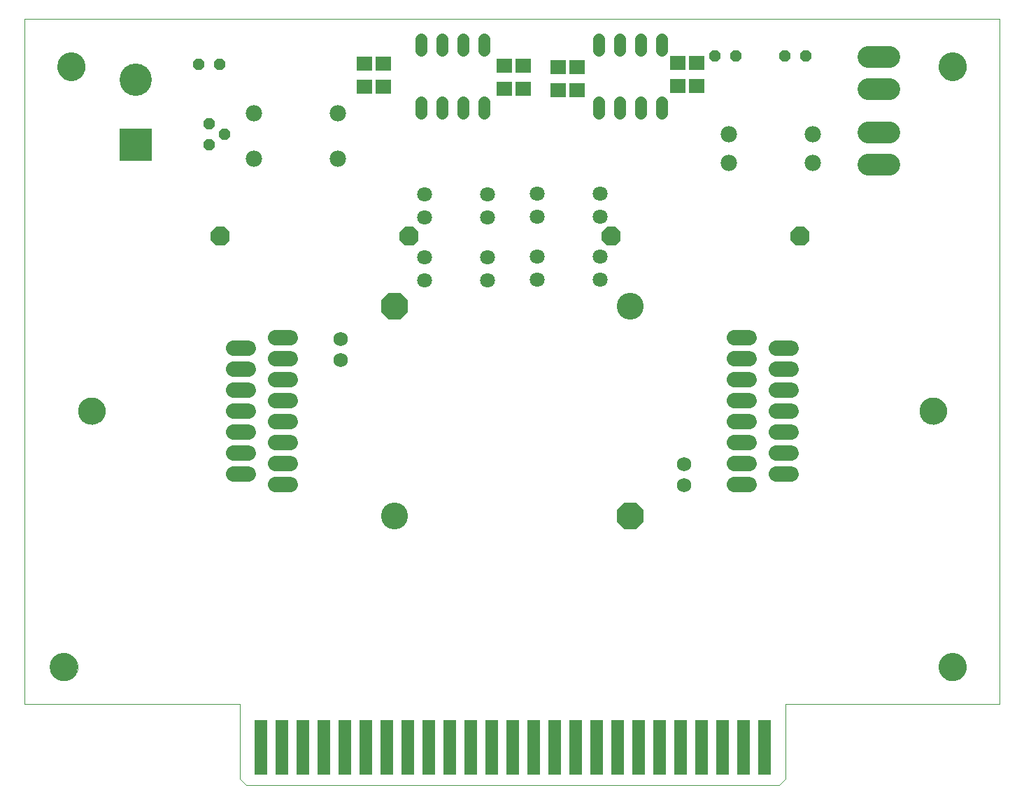
<source format=gbs>
G75*
G70*
%OFA0B0*%
%FSLAX24Y24*%
%IPPOS*%
%LPD*%
%AMOC8*
5,1,8,0,0,1.08239X$1,22.5*
%
%ADD10C,0.0000*%
%ADD11C,0.0749*%
%ADD12C,0.1044*%
%ADD13C,0.0709*%
%ADD14OC8,0.0560*%
%ADD15C,0.0780*%
%ADD16OC8,0.0900*%
%ADD17C,0.0690*%
%ADD18C,0.1280*%
%ADD19OC8,0.1280*%
%ADD20R,0.1540X0.1540*%
%ADD21C,0.1540*%
%ADD22C,0.1340*%
%ADD23R,0.0640X0.2590*%
%ADD24C,0.1300*%
%ADD25C,0.0560*%
%ADD26R,0.0749X0.0670*%
D10*
X001029Y005856D02*
X001026Y038516D01*
X047510Y038516D01*
X047513Y005856D01*
X038300Y005856D01*
X038304Y005855D02*
X037304Y005855D01*
X037304Y002300D01*
X037004Y002000D01*
X011604Y002000D01*
X011304Y002300D01*
X011304Y005855D01*
X010304Y005855D01*
X010308Y005856D02*
X001029Y005856D01*
X002260Y007628D02*
X002262Y007678D01*
X002268Y007728D01*
X002278Y007778D01*
X002291Y007826D01*
X002308Y007874D01*
X002329Y007920D01*
X002353Y007964D01*
X002381Y008006D01*
X002412Y008046D01*
X002446Y008083D01*
X002483Y008118D01*
X002522Y008149D01*
X002563Y008178D01*
X002607Y008203D01*
X002653Y008225D01*
X002700Y008243D01*
X002748Y008257D01*
X002797Y008268D01*
X002847Y008275D01*
X002897Y008278D01*
X002948Y008277D01*
X002998Y008272D01*
X003048Y008263D01*
X003096Y008251D01*
X003144Y008234D01*
X003190Y008214D01*
X003235Y008191D01*
X003278Y008164D01*
X003318Y008134D01*
X003356Y008101D01*
X003391Y008065D01*
X003424Y008026D01*
X003453Y007985D01*
X003479Y007942D01*
X003502Y007897D01*
X003521Y007850D01*
X003536Y007802D01*
X003548Y007753D01*
X003556Y007703D01*
X003560Y007653D01*
X003560Y007603D01*
X003556Y007553D01*
X003548Y007503D01*
X003536Y007454D01*
X003521Y007406D01*
X003502Y007359D01*
X003479Y007314D01*
X003453Y007271D01*
X003424Y007230D01*
X003391Y007191D01*
X003356Y007155D01*
X003318Y007122D01*
X003278Y007092D01*
X003235Y007065D01*
X003190Y007042D01*
X003144Y007022D01*
X003096Y007005D01*
X003048Y006993D01*
X002998Y006984D01*
X002948Y006979D01*
X002897Y006978D01*
X002847Y006981D01*
X002797Y006988D01*
X002748Y006999D01*
X002700Y007013D01*
X002653Y007031D01*
X002607Y007053D01*
X002563Y007078D01*
X002522Y007107D01*
X002483Y007138D01*
X002446Y007173D01*
X002412Y007210D01*
X002381Y007250D01*
X002353Y007292D01*
X002329Y007336D01*
X002308Y007382D01*
X002291Y007430D01*
X002278Y007478D01*
X002268Y007528D01*
X002262Y007578D01*
X002260Y007628D01*
X003606Y019833D02*
X003608Y019883D01*
X003614Y019933D01*
X003624Y019982D01*
X003638Y020030D01*
X003655Y020077D01*
X003676Y020122D01*
X003701Y020166D01*
X003729Y020207D01*
X003761Y020246D01*
X003795Y020283D01*
X003832Y020317D01*
X003872Y020347D01*
X003914Y020374D01*
X003958Y020398D01*
X004004Y020419D01*
X004051Y020435D01*
X004099Y020448D01*
X004149Y020457D01*
X004198Y020462D01*
X004249Y020463D01*
X004299Y020460D01*
X004348Y020453D01*
X004397Y020442D01*
X004445Y020427D01*
X004491Y020409D01*
X004536Y020387D01*
X004579Y020361D01*
X004620Y020332D01*
X004659Y020300D01*
X004695Y020265D01*
X004727Y020227D01*
X004757Y020187D01*
X004784Y020144D01*
X004807Y020100D01*
X004826Y020054D01*
X004842Y020006D01*
X004854Y019957D01*
X004862Y019908D01*
X004866Y019858D01*
X004866Y019808D01*
X004862Y019758D01*
X004854Y019709D01*
X004842Y019660D01*
X004826Y019612D01*
X004807Y019566D01*
X004784Y019522D01*
X004757Y019479D01*
X004727Y019439D01*
X004695Y019401D01*
X004659Y019366D01*
X004620Y019334D01*
X004579Y019305D01*
X004536Y019279D01*
X004491Y019257D01*
X004445Y019239D01*
X004397Y019224D01*
X004348Y019213D01*
X004299Y019206D01*
X004249Y019203D01*
X004198Y019204D01*
X004149Y019209D01*
X004099Y019218D01*
X004051Y019231D01*
X004004Y019247D01*
X003958Y019268D01*
X003914Y019292D01*
X003872Y019319D01*
X003832Y019349D01*
X003795Y019383D01*
X003761Y019420D01*
X003729Y019459D01*
X003701Y019500D01*
X003676Y019544D01*
X003655Y019589D01*
X003638Y019636D01*
X003624Y019684D01*
X003614Y019733D01*
X003608Y019783D01*
X003606Y019833D01*
X002601Y036240D02*
X002603Y036290D01*
X002609Y036340D01*
X002619Y036390D01*
X002632Y036438D01*
X002649Y036486D01*
X002670Y036532D01*
X002694Y036576D01*
X002722Y036618D01*
X002753Y036658D01*
X002787Y036695D01*
X002824Y036730D01*
X002863Y036761D01*
X002904Y036790D01*
X002948Y036815D01*
X002994Y036837D01*
X003041Y036855D01*
X003089Y036869D01*
X003138Y036880D01*
X003188Y036887D01*
X003238Y036890D01*
X003289Y036889D01*
X003339Y036884D01*
X003389Y036875D01*
X003437Y036863D01*
X003485Y036846D01*
X003531Y036826D01*
X003576Y036803D01*
X003619Y036776D01*
X003659Y036746D01*
X003697Y036713D01*
X003732Y036677D01*
X003765Y036638D01*
X003794Y036597D01*
X003820Y036554D01*
X003843Y036509D01*
X003862Y036462D01*
X003877Y036414D01*
X003889Y036365D01*
X003897Y036315D01*
X003901Y036265D01*
X003901Y036215D01*
X003897Y036165D01*
X003889Y036115D01*
X003877Y036066D01*
X003862Y036018D01*
X003843Y035971D01*
X003820Y035926D01*
X003794Y035883D01*
X003765Y035842D01*
X003732Y035803D01*
X003697Y035767D01*
X003659Y035734D01*
X003619Y035704D01*
X003576Y035677D01*
X003531Y035654D01*
X003485Y035634D01*
X003437Y035617D01*
X003389Y035605D01*
X003339Y035596D01*
X003289Y035591D01*
X003238Y035590D01*
X003188Y035593D01*
X003138Y035600D01*
X003089Y035611D01*
X003041Y035625D01*
X002994Y035643D01*
X002948Y035665D01*
X002904Y035690D01*
X002863Y035719D01*
X002824Y035750D01*
X002787Y035785D01*
X002753Y035822D01*
X002722Y035862D01*
X002694Y035904D01*
X002670Y035948D01*
X002649Y035994D01*
X002632Y036042D01*
X002619Y036090D01*
X002609Y036140D01*
X002603Y036190D01*
X002601Y036240D01*
X043705Y019833D02*
X043707Y019883D01*
X043713Y019933D01*
X043723Y019982D01*
X043737Y020030D01*
X043754Y020077D01*
X043775Y020122D01*
X043800Y020166D01*
X043828Y020207D01*
X043860Y020246D01*
X043894Y020283D01*
X043931Y020317D01*
X043971Y020347D01*
X044013Y020374D01*
X044057Y020398D01*
X044103Y020419D01*
X044150Y020435D01*
X044198Y020448D01*
X044248Y020457D01*
X044297Y020462D01*
X044348Y020463D01*
X044398Y020460D01*
X044447Y020453D01*
X044496Y020442D01*
X044544Y020427D01*
X044590Y020409D01*
X044635Y020387D01*
X044678Y020361D01*
X044719Y020332D01*
X044758Y020300D01*
X044794Y020265D01*
X044826Y020227D01*
X044856Y020187D01*
X044883Y020144D01*
X044906Y020100D01*
X044925Y020054D01*
X044941Y020006D01*
X044953Y019957D01*
X044961Y019908D01*
X044965Y019858D01*
X044965Y019808D01*
X044961Y019758D01*
X044953Y019709D01*
X044941Y019660D01*
X044925Y019612D01*
X044906Y019566D01*
X044883Y019522D01*
X044856Y019479D01*
X044826Y019439D01*
X044794Y019401D01*
X044758Y019366D01*
X044719Y019334D01*
X044678Y019305D01*
X044635Y019279D01*
X044590Y019257D01*
X044544Y019239D01*
X044496Y019224D01*
X044447Y019213D01*
X044398Y019206D01*
X044348Y019203D01*
X044297Y019204D01*
X044248Y019209D01*
X044198Y019218D01*
X044150Y019231D01*
X044103Y019247D01*
X044057Y019268D01*
X044013Y019292D01*
X043971Y019319D01*
X043931Y019349D01*
X043894Y019383D01*
X043860Y019420D01*
X043828Y019459D01*
X043800Y019500D01*
X043775Y019544D01*
X043754Y019589D01*
X043737Y019636D01*
X043723Y019684D01*
X043713Y019733D01*
X043707Y019783D01*
X043705Y019833D01*
X044599Y007628D02*
X044601Y007678D01*
X044607Y007728D01*
X044617Y007778D01*
X044630Y007826D01*
X044647Y007874D01*
X044668Y007920D01*
X044692Y007964D01*
X044720Y008006D01*
X044751Y008046D01*
X044785Y008083D01*
X044822Y008118D01*
X044861Y008149D01*
X044902Y008178D01*
X044946Y008203D01*
X044992Y008225D01*
X045039Y008243D01*
X045087Y008257D01*
X045136Y008268D01*
X045186Y008275D01*
X045236Y008278D01*
X045287Y008277D01*
X045337Y008272D01*
X045387Y008263D01*
X045435Y008251D01*
X045483Y008234D01*
X045529Y008214D01*
X045574Y008191D01*
X045617Y008164D01*
X045657Y008134D01*
X045695Y008101D01*
X045730Y008065D01*
X045763Y008026D01*
X045792Y007985D01*
X045818Y007942D01*
X045841Y007897D01*
X045860Y007850D01*
X045875Y007802D01*
X045887Y007753D01*
X045895Y007703D01*
X045899Y007653D01*
X045899Y007603D01*
X045895Y007553D01*
X045887Y007503D01*
X045875Y007454D01*
X045860Y007406D01*
X045841Y007359D01*
X045818Y007314D01*
X045792Y007271D01*
X045763Y007230D01*
X045730Y007191D01*
X045695Y007155D01*
X045657Y007122D01*
X045617Y007092D01*
X045574Y007065D01*
X045529Y007042D01*
X045483Y007022D01*
X045435Y007005D01*
X045387Y006993D01*
X045337Y006984D01*
X045287Y006979D01*
X045236Y006978D01*
X045186Y006981D01*
X045136Y006988D01*
X045087Y006999D01*
X045039Y007013D01*
X044992Y007031D01*
X044946Y007053D01*
X044902Y007078D01*
X044861Y007107D01*
X044822Y007138D01*
X044785Y007173D01*
X044751Y007210D01*
X044720Y007250D01*
X044692Y007292D01*
X044668Y007336D01*
X044647Y007382D01*
X044630Y007430D01*
X044617Y007478D01*
X044607Y007528D01*
X044601Y007578D01*
X044599Y007628D01*
X044599Y036240D02*
X044601Y036290D01*
X044607Y036340D01*
X044617Y036390D01*
X044630Y036438D01*
X044647Y036486D01*
X044668Y036532D01*
X044692Y036576D01*
X044720Y036618D01*
X044751Y036658D01*
X044785Y036695D01*
X044822Y036730D01*
X044861Y036761D01*
X044902Y036790D01*
X044946Y036815D01*
X044992Y036837D01*
X045039Y036855D01*
X045087Y036869D01*
X045136Y036880D01*
X045186Y036887D01*
X045236Y036890D01*
X045287Y036889D01*
X045337Y036884D01*
X045387Y036875D01*
X045435Y036863D01*
X045483Y036846D01*
X045529Y036826D01*
X045574Y036803D01*
X045617Y036776D01*
X045657Y036746D01*
X045695Y036713D01*
X045730Y036677D01*
X045763Y036638D01*
X045792Y036597D01*
X045818Y036554D01*
X045841Y036509D01*
X045860Y036462D01*
X045875Y036414D01*
X045887Y036365D01*
X045895Y036315D01*
X045899Y036265D01*
X045899Y036215D01*
X045895Y036165D01*
X045887Y036115D01*
X045875Y036066D01*
X045860Y036018D01*
X045841Y035971D01*
X045818Y035926D01*
X045792Y035883D01*
X045763Y035842D01*
X045730Y035803D01*
X045695Y035767D01*
X045657Y035734D01*
X045617Y035704D01*
X045574Y035677D01*
X045529Y035654D01*
X045483Y035634D01*
X045435Y035617D01*
X045387Y035605D01*
X045337Y035596D01*
X045287Y035591D01*
X045236Y035590D01*
X045186Y035593D01*
X045136Y035600D01*
X045087Y035611D01*
X045039Y035625D01*
X044992Y035643D01*
X044946Y035665D01*
X044902Y035690D01*
X044861Y035719D01*
X044822Y035750D01*
X044785Y035785D01*
X044751Y035822D01*
X044720Y035862D01*
X044692Y035904D01*
X044668Y035948D01*
X044647Y035994D01*
X044630Y036042D01*
X044617Y036090D01*
X044607Y036140D01*
X044601Y036190D01*
X044599Y036240D01*
D11*
X035580Y023333D02*
X034871Y023333D01*
X034871Y022333D02*
X035580Y022333D01*
X035580Y021333D02*
X034871Y021333D01*
X034871Y020333D02*
X035580Y020333D01*
X035580Y019333D02*
X034871Y019333D01*
X034871Y018333D02*
X035580Y018333D01*
X035580Y017333D02*
X034871Y017333D01*
X034871Y016333D02*
X035580Y016333D01*
X036871Y016833D02*
X037580Y016833D01*
X037580Y017833D02*
X036871Y017833D01*
X036871Y018833D02*
X037580Y018833D01*
X037580Y019833D02*
X036871Y019833D01*
X036871Y020833D02*
X037580Y020833D01*
X037580Y021833D02*
X036871Y021833D01*
X036871Y022833D02*
X037580Y022833D01*
X013700Y023333D02*
X012991Y023333D01*
X012991Y022333D02*
X013700Y022333D01*
X013700Y021333D02*
X012991Y021333D01*
X012991Y020333D02*
X013700Y020333D01*
X013700Y019333D02*
X012991Y019333D01*
X012991Y018333D02*
X013700Y018333D01*
X013700Y017333D02*
X012991Y017333D01*
X012991Y016333D02*
X013700Y016333D01*
X011700Y016833D02*
X010991Y016833D01*
X010991Y017833D02*
X011700Y017833D01*
X011700Y018833D02*
X010991Y018833D01*
X010991Y019833D02*
X011700Y019833D01*
X011700Y020833D02*
X010991Y020833D01*
X010991Y021833D02*
X011700Y021833D01*
X011700Y022833D02*
X010991Y022833D01*
D12*
X041236Y031571D02*
X042240Y031571D01*
X042240Y033130D02*
X041236Y033130D01*
X041215Y035171D02*
X042219Y035171D01*
X042219Y036730D02*
X041215Y036730D01*
D13*
X028460Y030191D03*
X028460Y029091D03*
X028460Y027191D03*
X028460Y026091D03*
X025460Y026091D03*
X025460Y027191D03*
X025460Y029091D03*
X025460Y030191D03*
X023110Y030141D03*
X023110Y029041D03*
X023110Y027141D03*
X023110Y026041D03*
X020110Y026041D03*
X020110Y027141D03*
X020110Y029041D03*
X020110Y030141D03*
D14*
X010566Y033022D03*
X009816Y033522D03*
X009816Y032522D03*
X010316Y036368D03*
X009316Y036368D03*
X033922Y036762D03*
X034922Y036762D03*
X037269Y036762D03*
X038269Y036762D03*
D15*
X038588Y033022D03*
X038588Y031644D03*
X034588Y031644D03*
X034588Y033022D03*
X015950Y034006D03*
X015950Y031841D03*
X011950Y031841D03*
X011950Y034006D03*
D16*
X010360Y028141D03*
X019360Y028141D03*
X029010Y028141D03*
X038010Y028141D03*
D17*
X032460Y017291D03*
X032460Y016291D03*
X016110Y022241D03*
X016110Y023241D03*
D18*
X018660Y014833D03*
X029910Y024833D03*
D19*
X018660Y024833D03*
X029910Y014833D03*
D20*
X006325Y032515D03*
D21*
X006325Y035620D03*
D22*
X003251Y036240D03*
X002910Y007628D03*
X045249Y007628D03*
X045249Y036240D03*
D23*
X036304Y003800D03*
X035304Y003800D03*
X034304Y003800D03*
X033304Y003800D03*
X032304Y003800D03*
X031304Y003800D03*
X030304Y003800D03*
X029304Y003800D03*
X028304Y003800D03*
X027304Y003800D03*
X026304Y003800D03*
X025304Y003800D03*
X024304Y003800D03*
X023304Y003800D03*
X022304Y003800D03*
X021304Y003800D03*
X020304Y003800D03*
X019304Y003800D03*
X018304Y003800D03*
X017304Y003800D03*
X016304Y003800D03*
X015304Y003800D03*
X014304Y003800D03*
X013304Y003800D03*
X012304Y003800D03*
D24*
X004236Y019833D03*
X044335Y019833D03*
D25*
X031395Y034018D02*
X031395Y034538D01*
X030395Y034538D02*
X030395Y034018D01*
X029395Y034018D02*
X029395Y034538D01*
X028395Y034538D02*
X028395Y034018D01*
X028395Y037018D02*
X028395Y037538D01*
X029395Y037538D02*
X029395Y037018D01*
X030395Y037018D02*
X030395Y037538D01*
X031395Y037538D02*
X031395Y037018D01*
X022930Y037018D02*
X022930Y037538D01*
X021930Y037538D02*
X021930Y037018D01*
X020930Y037018D02*
X020930Y037538D01*
X019930Y037538D02*
X019930Y037018D01*
X019930Y034538D02*
X019930Y034018D01*
X020930Y034018D02*
X020930Y034538D01*
X021930Y034538D02*
X021930Y034018D01*
X022930Y034018D02*
X022930Y034538D01*
D26*
X023897Y035172D03*
X024806Y035172D03*
X024806Y036274D03*
X023897Y036274D03*
X026469Y036234D03*
X027379Y036234D03*
X027379Y035131D03*
X026469Y035131D03*
X032166Y035322D03*
X033076Y035322D03*
X033076Y036424D03*
X032166Y036424D03*
X018129Y036384D03*
X017219Y036384D03*
X017219Y035281D03*
X018129Y035281D03*
M02*

</source>
